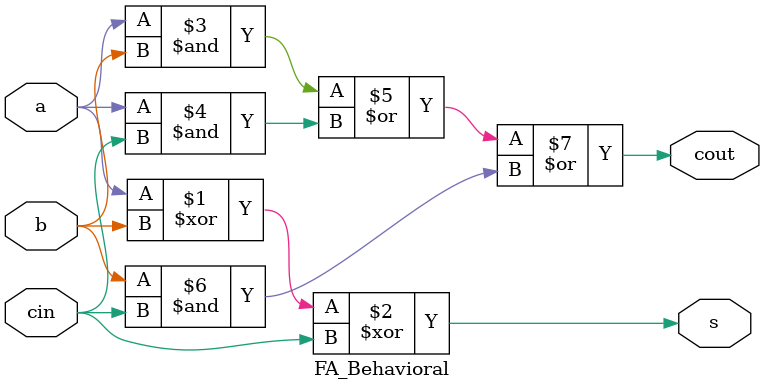
<source format=v>
`timescale 1ns / 1ps
module FA_Behavioral(
	input a,
	input b,
	input cin,
	output cout,
	output s
    );

		assign s = a ^ b ^ cin;
		assign cout = (a & b)  |  (a & cin)  |  (b & cin);

endmodule

</source>
